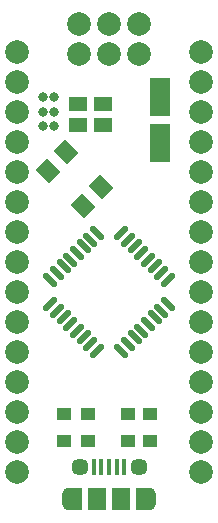
<source format=gbr>
%TF.GenerationSoftware,Altium Limited,Altium Designer,19.1.8 (144)*%
G04 Layer_Color=255*
%FSLAX26Y26*%
%MOIN*%
%TF.FileFunction,Pads,Top*%
%TF.Part,Single*%
G01*
G75*
%TA.AperFunction,SMDPad,CuDef*%
%ADD10R,0.070000X0.130000*%
%ADD11R,0.059055X0.051181*%
%TA.AperFunction,ConnectorPad*%
%ADD12R,0.015748X0.053150*%
%ADD13R,0.047244X0.074803*%
%ADD14R,0.059055X0.074803*%
%ADD15R,0.049213X0.043307*%
G04:AMPARAMS|DCode=16|XSize=62.992mil|YSize=55.118mil|CornerRadius=0mil|HoleSize=0mil|Usage=FLASHONLY|Rotation=315.000|XOffset=0mil|YOffset=0mil|HoleType=Round|Shape=Rectangle|*
%AMROTATEDRECTD16*
4,1,4,-0.041758,0.002784,-0.002784,0.041758,0.041758,-0.002784,0.002784,-0.041758,-0.041758,0.002784,0.0*
%
%ADD16ROTATEDRECTD16*%

G04:AMPARAMS|DCode=17|XSize=21.654mil|YSize=59.055mil|CornerRadius=0mil|HoleSize=0mil|Usage=FLASHONLY|Rotation=45.000|XOffset=0mil|YOffset=0mil|HoleType=Round|Shape=Round|*
%AMOVALD17*
21,1,0.037402,0.021654,0.000000,0.000000,135.0*
1,1,0.021654,0.013223,-0.013223*
1,1,0.021654,-0.013223,0.013223*
%
%ADD17OVALD17*%

G04:AMPARAMS|DCode=18|XSize=21.654mil|YSize=59.055mil|CornerRadius=0mil|HoleSize=0mil|Usage=FLASHONLY|Rotation=315.000|XOffset=0mil|YOffset=0mil|HoleType=Round|Shape=Round|*
%AMOVALD18*
21,1,0.037402,0.021654,0.000000,0.000000,45.0*
1,1,0.021654,-0.013223,-0.013223*
1,1,0.021654,0.013223,0.013223*
%
%ADD18OVALD18*%

%TA.AperFunction,ComponentPad*%
%ADD24C,0.031496*%
%ADD25C,0.078740*%
%ADD26C,0.057087*%
%ADD27O,0.037402X0.074803*%
D10*
X507175Y1216585D02*
D03*
Y1372175D02*
D03*
D11*
X232175Y1277727D02*
D03*
Y1346623D02*
D03*
X316613Y1277727D02*
D03*
Y1346623D02*
D03*
D12*
X285993Y136175D02*
D03*
X311585D02*
D03*
X337175D02*
D03*
X362765D02*
D03*
X388357D02*
D03*
D13*
X451349Y29875D02*
D03*
X223001D02*
D03*
D14*
X376545D02*
D03*
X297805D02*
D03*
D15*
X187175Y315175D02*
D03*
Y222655D02*
D03*
X268175Y315175D02*
D03*
Y222655D02*
D03*
X401175Y315175D02*
D03*
Y222655D02*
D03*
X474175D02*
D03*
Y315175D02*
D03*
D16*
X194419Y1186421D02*
D03*
X311343Y1069497D02*
D03*
X250097Y1008253D02*
D03*
X133175Y1125175D02*
D03*
D17*
X296809Y917439D02*
D03*
X274537Y895167D02*
D03*
X252267Y872897D02*
D03*
X229995Y850625D02*
D03*
X207725Y828355D02*
D03*
X185453Y806083D02*
D03*
X163183Y783813D02*
D03*
X140911Y761541D02*
D03*
X377541Y524911D02*
D03*
X399813Y547183D02*
D03*
X422083Y569453D02*
D03*
X444355Y591725D02*
D03*
X466625Y613995D02*
D03*
X488897Y636267D02*
D03*
X511167Y658537D02*
D03*
X533439Y680809D02*
D03*
D18*
X140911D02*
D03*
X163183Y658537D02*
D03*
X185453Y636267D02*
D03*
X207725Y613995D02*
D03*
X229995Y591725D02*
D03*
X252267Y569453D02*
D03*
X274537Y547183D02*
D03*
X296809Y524911D02*
D03*
X533439Y761541D02*
D03*
X511167Y783813D02*
D03*
X488897Y806083D02*
D03*
X466625Y828355D02*
D03*
X444355Y850625D02*
D03*
X422083Y872897D02*
D03*
X399813Y895167D02*
D03*
X377541Y917439D02*
D03*
D24*
X115443Y1371387D02*
D03*
Y1322175D02*
D03*
Y1272963D02*
D03*
X154813D02*
D03*
Y1322175D02*
D03*
Y1371387D02*
D03*
D25*
X437175Y1513175D02*
D03*
X337175D02*
D03*
X237175D02*
D03*
X437175Y1613175D02*
D03*
X337175D02*
D03*
X237175D02*
D03*
X644175Y1521323D02*
D03*
Y1421323D02*
D03*
Y1321323D02*
D03*
Y1221323D02*
D03*
Y1121323D02*
D03*
Y1021323D02*
D03*
Y921323D02*
D03*
Y821323D02*
D03*
Y721323D02*
D03*
Y621323D02*
D03*
Y521323D02*
D03*
Y421323D02*
D03*
Y321323D02*
D03*
Y221323D02*
D03*
Y121323D02*
D03*
X30175Y1521323D02*
D03*
Y1421323D02*
D03*
Y1321323D02*
D03*
Y1221323D02*
D03*
Y1121323D02*
D03*
Y1021323D02*
D03*
Y921323D02*
D03*
Y821323D02*
D03*
Y721323D02*
D03*
Y621323D02*
D03*
Y521323D02*
D03*
Y421323D02*
D03*
Y321323D02*
D03*
Y221323D02*
D03*
Y121323D02*
D03*
D26*
X238749Y136175D02*
D03*
X435601D02*
D03*
D27*
X199379Y29875D02*
D03*
X474971D02*
D03*
%TF.MD5,b7f0cdc8631dea53714052469478b15b*%
M02*

</source>
